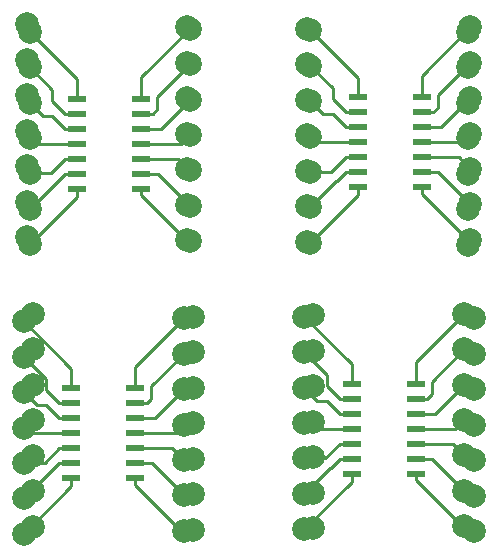
<source format=gbr>
G04 #@! TF.FileFunction,Copper,L2,Bot,Signal*
%FSLAX46Y46*%
G04 Gerber Fmt 4.6, Leading zero omitted, Abs format (unit mm)*
G04 Created by KiCad (PCBNEW 4.0.6-e0-6349~53~ubuntu16.04.1) date Wed Aug  9 14:44:26 2017*
%MOMM*%
%LPD*%
G01*
G04 APERTURE LIST*
%ADD10C,0.100000*%
%ADD11C,2.000000*%
%ADD12R,1.500000X0.600000*%
%ADD13C,0.250000*%
G04 APERTURE END LIST*
D10*
D11*
X127449600Y-90534200D03*
X127449600Y-96534200D03*
X127449600Y-93534200D03*
X113893600Y-93788200D03*
D12*
X117924600Y-104089200D03*
X117924600Y-102819200D03*
X117924600Y-101549200D03*
X117924600Y-100279200D03*
X117924600Y-99009200D03*
X117924600Y-97739200D03*
X117924600Y-96469200D03*
X123324600Y-96469200D03*
X123324600Y-97739200D03*
X123324600Y-99009200D03*
X123324600Y-100279200D03*
X123324600Y-101549200D03*
X123324600Y-102819200D03*
X123324600Y-104089200D03*
D11*
X113893600Y-90788200D03*
X151198600Y-90407200D03*
X137642600Y-96661200D03*
X137642600Y-93661200D03*
D12*
X141673600Y-103962200D03*
X141673600Y-102692200D03*
X141673600Y-101422200D03*
X141673600Y-100152200D03*
X141673600Y-98882200D03*
X141673600Y-97612200D03*
X141673600Y-96342200D03*
X147073600Y-96342200D03*
X147073600Y-97612200D03*
X147073600Y-98882200D03*
X147073600Y-100152200D03*
X147073600Y-101422200D03*
X147073600Y-102692200D03*
X147073600Y-103962200D03*
D11*
X151198600Y-93407200D03*
X137642600Y-90661200D03*
X113893600Y-108788200D03*
X113893600Y-102788200D03*
X113893600Y-105788200D03*
X113893600Y-96788200D03*
X113893600Y-99788200D03*
X151198600Y-108407200D03*
X151198600Y-105407200D03*
X151198600Y-102407200D03*
X151198600Y-96407200D03*
X151198600Y-99407200D03*
X137642600Y-105661200D03*
X127449600Y-102534200D03*
X127449600Y-108534200D03*
X137642600Y-108661200D03*
X137642600Y-99661200D03*
X127449600Y-105534200D03*
X137642600Y-102661200D03*
X127449600Y-99534200D03*
D12*
X141165600Y-128219200D03*
X141165600Y-126949200D03*
X141165600Y-125679200D03*
X141165600Y-124409200D03*
X141165600Y-123139200D03*
X141165600Y-121869200D03*
X141165600Y-120599200D03*
X146565600Y-120599200D03*
X146565600Y-121869200D03*
X146565600Y-123139200D03*
X146565600Y-124409200D03*
X146565600Y-125679200D03*
X146565600Y-126949200D03*
X146565600Y-128219200D03*
D11*
X137134600Y-126918200D03*
X137134600Y-117918200D03*
X137134600Y-114918200D03*
X137134600Y-120918200D03*
X137134600Y-123918200D03*
X137134600Y-129918200D03*
X137134600Y-132918200D03*
X126941600Y-118045200D03*
X126941600Y-121045200D03*
X126941600Y-124045200D03*
X126941600Y-130045200D03*
X126941600Y-115045200D03*
X126941600Y-133045200D03*
X126941600Y-127045200D03*
D12*
X117416600Y-128600200D03*
X117416600Y-127330200D03*
X117416600Y-126060200D03*
X117416600Y-124790200D03*
X117416600Y-123520200D03*
X117416600Y-122250200D03*
X117416600Y-120980200D03*
X122816600Y-120980200D03*
X122816600Y-122250200D03*
X122816600Y-123520200D03*
X122816600Y-124790200D03*
X122816600Y-126060200D03*
X122816600Y-127330200D03*
X122816600Y-128600200D03*
D11*
X113385600Y-130299200D03*
X113385600Y-124299200D03*
X113385600Y-121299200D03*
X113385600Y-115299200D03*
X113385600Y-133299200D03*
X113385600Y-118299200D03*
X113385600Y-127299200D03*
X150690600Y-129664200D03*
X150690600Y-120664200D03*
X150690600Y-114664200D03*
X150690600Y-123664200D03*
X150690600Y-132664200D03*
X150690600Y-117664200D03*
X150690600Y-126664200D03*
X127729000Y-129935000D03*
X127729000Y-126935000D03*
X127729000Y-120935000D03*
X127729000Y-132935000D03*
X114173000Y-132681000D03*
X127729000Y-123935000D03*
X114173000Y-126681000D03*
X114173000Y-129681000D03*
X114173000Y-123681000D03*
X114173000Y-120681000D03*
X114173000Y-114681000D03*
X114173000Y-117681000D03*
X127729000Y-117935000D03*
X127729000Y-114935000D03*
X151478000Y-130062000D03*
X151478000Y-127062000D03*
X151478000Y-121062000D03*
X151478000Y-133062000D03*
X137922000Y-132808000D03*
X151478000Y-124062000D03*
X137922000Y-126808000D03*
X137922000Y-129808000D03*
X137922000Y-123808000D03*
X137922000Y-120808000D03*
X137922000Y-114808000D03*
X137922000Y-117808000D03*
X151478000Y-118062000D03*
X151478000Y-115062000D03*
X150970000Y-105805000D03*
X150970000Y-102805000D03*
X150970000Y-96805000D03*
X150970000Y-108805000D03*
X137414000Y-108551000D03*
X150970000Y-99805000D03*
X137414000Y-102551000D03*
X137414000Y-105551000D03*
X137414000Y-99551000D03*
X137414000Y-96551000D03*
X137414000Y-90551000D03*
X137414000Y-93551000D03*
X150970000Y-93805000D03*
X150970000Y-90805000D03*
X127221000Y-108424000D03*
X113665000Y-108170000D03*
X127221000Y-105424000D03*
X113665000Y-105170000D03*
X127221000Y-102424000D03*
X113665000Y-102170000D03*
X127221000Y-99424000D03*
X113665000Y-99170000D03*
X127221000Y-96424000D03*
X113665000Y-96170000D03*
X127221000Y-93424000D03*
X113665000Y-93170000D03*
X127221000Y-90424000D03*
X113665000Y-90170000D03*
D13*
X124197600Y-120789200D02*
X126941600Y-118045200D01*
X124197600Y-121869200D02*
X124197600Y-120789200D01*
X122816600Y-119170200D02*
X126941600Y-115045200D01*
X122816600Y-120980200D02*
X122816600Y-119170200D01*
X123816600Y-122250200D02*
X124197600Y-121869200D01*
X117416600Y-119330200D02*
X113385600Y-115299200D01*
X114480600Y-122394200D02*
X113385600Y-121299200D01*
X115290600Y-121124200D02*
X115290600Y-120204200D01*
X117416600Y-120980200D02*
X117416600Y-119330200D01*
X117416600Y-122250200D02*
X116416600Y-122250200D01*
X116416600Y-122250200D02*
X115290600Y-121124200D01*
X115290600Y-120204200D02*
X113385600Y-118299200D01*
X116416600Y-127330200D02*
X115654600Y-128092200D01*
X117416600Y-126060200D02*
X116416600Y-126060200D01*
X116416600Y-126060200D02*
X115177600Y-127299200D01*
X115654600Y-128092200D02*
X115592600Y-128092200D01*
X117416600Y-127330200D02*
X116416600Y-127330200D01*
X117416600Y-129268200D02*
X113385600Y-133299200D01*
X115177600Y-127299200D02*
X113385600Y-127299200D01*
X115592600Y-128092200D02*
X113385600Y-130299200D01*
X117416600Y-128600200D02*
X117416600Y-129268200D01*
X124226600Y-127330200D02*
X126941600Y-130045200D01*
X122816600Y-127330200D02*
X124226600Y-127330200D01*
X122816600Y-126060200D02*
X125956600Y-126060200D01*
X122816600Y-129150200D02*
X126711600Y-133045200D01*
X126711600Y-133045200D02*
X126941600Y-133045200D01*
X125956600Y-126060200D02*
X126941600Y-127045200D01*
X122816600Y-128600200D02*
X122816600Y-129150200D01*
X122816600Y-122250200D02*
X123816600Y-122250200D01*
X126196600Y-124790200D02*
X126941600Y-124045200D01*
X122816600Y-124790200D02*
X126196600Y-124790200D01*
X124466600Y-123520200D02*
X126941600Y-121045200D01*
X122816600Y-123520200D02*
X124466600Y-123520200D01*
X116416600Y-123520200D02*
X115290600Y-122394200D01*
X115290600Y-122394200D02*
X114480600Y-122394200D01*
X117416600Y-124790200D02*
X113876600Y-124790200D01*
X113876600Y-124790200D02*
X113385600Y-124299200D01*
X117416600Y-123520200D02*
X116416600Y-123520200D01*
X141673600Y-104630200D02*
X137642600Y-108661200D01*
X139434600Y-102661200D02*
X137642600Y-102661200D01*
X139849600Y-103454200D02*
X137642600Y-105661200D01*
X141673600Y-103962200D02*
X141673600Y-104630200D01*
X147073600Y-94532200D02*
X151198600Y-90407200D01*
X147073600Y-96342200D02*
X147073600Y-94532200D01*
X148454600Y-96151200D02*
X151198600Y-93407200D01*
X148454600Y-97231200D02*
X148454600Y-96151200D01*
X148073600Y-97612200D02*
X148454600Y-97231200D01*
X138133600Y-100152200D02*
X137642600Y-99661200D01*
X139547600Y-97756200D02*
X138737600Y-97756200D01*
X140673600Y-98882200D02*
X139547600Y-97756200D01*
X141673600Y-98882200D02*
X140673600Y-98882200D01*
X141673600Y-100152200D02*
X138133600Y-100152200D01*
X147073600Y-98882200D02*
X148723600Y-98882200D01*
X147073600Y-100152200D02*
X150453600Y-100152200D01*
X150453600Y-100152200D02*
X151198600Y-99407200D01*
X148723600Y-98882200D02*
X151198600Y-96407200D01*
X147073600Y-97612200D02*
X148073600Y-97612200D01*
X147073600Y-101422200D02*
X150213600Y-101422200D01*
X147073600Y-103962200D02*
X147073600Y-104512200D01*
X150968600Y-108407200D02*
X151198600Y-108407200D01*
X147073600Y-102692200D02*
X148483600Y-102692200D01*
X150213600Y-101422200D02*
X151198600Y-102407200D01*
X147073600Y-104512200D02*
X150968600Y-108407200D01*
X148483600Y-102692200D02*
X151198600Y-105407200D01*
X141673600Y-97612200D02*
X140673600Y-97612200D01*
X141673600Y-94692200D02*
X137642600Y-90661200D01*
X138737600Y-97756200D02*
X137642600Y-96661200D01*
X140673600Y-97612200D02*
X139547600Y-96486200D01*
X139547600Y-96486200D02*
X139547600Y-95566200D01*
X141673600Y-96342200D02*
X141673600Y-94692200D01*
X139547600Y-95566200D02*
X137642600Y-93661200D01*
X140673600Y-102692200D02*
X139911600Y-103454200D01*
X141673600Y-102692200D02*
X140673600Y-102692200D01*
X141673600Y-101422200D02*
X140673600Y-101422200D01*
X139911600Y-103454200D02*
X139849600Y-103454200D01*
X140673600Y-101422200D02*
X139434600Y-102661200D01*
X147975600Y-126949200D02*
X150690600Y-129664200D01*
X146565600Y-128219200D02*
X146565600Y-128769200D01*
X150460600Y-132664200D02*
X150690600Y-132664200D01*
X146565600Y-128769200D02*
X150460600Y-132664200D01*
X141165600Y-125679200D02*
X140165600Y-125679200D01*
X140165600Y-123139200D02*
X139039600Y-122013200D01*
X138926600Y-126918200D02*
X137134600Y-126918200D01*
X141165600Y-124409200D02*
X137625600Y-124409200D01*
X140165600Y-125679200D02*
X138926600Y-126918200D01*
X137625600Y-124409200D02*
X137134600Y-123918200D01*
X141165600Y-123139200D02*
X140165600Y-123139200D01*
X141165600Y-128219200D02*
X141165600Y-128887200D01*
X140165600Y-126949200D02*
X139403600Y-127711200D01*
X139341600Y-127711200D02*
X137134600Y-129918200D01*
X141165600Y-128887200D02*
X137134600Y-132918200D01*
X141165600Y-126949200D02*
X140165600Y-126949200D01*
X139403600Y-127711200D02*
X139341600Y-127711200D01*
X147946600Y-121488200D02*
X147946600Y-120408200D01*
X146565600Y-123139200D02*
X148215600Y-123139200D01*
X147946600Y-120408200D02*
X150690600Y-117664200D01*
X146565600Y-120599200D02*
X146565600Y-118789200D01*
X146565600Y-118789200D02*
X150690600Y-114664200D01*
X148215600Y-123139200D02*
X150690600Y-120664200D01*
X147565600Y-121869200D02*
X147946600Y-121488200D01*
X146565600Y-121869200D02*
X147565600Y-121869200D01*
X141165600Y-118949200D02*
X137134600Y-114918200D01*
X140165600Y-121869200D02*
X139039600Y-120743200D01*
X139039600Y-120743200D02*
X139039600Y-119823200D01*
X139039600Y-122013200D02*
X138229600Y-122013200D01*
X139039600Y-119823200D02*
X137134600Y-117918200D01*
X141165600Y-120599200D02*
X141165600Y-118949200D01*
X138229600Y-122013200D02*
X137134600Y-120918200D01*
X141165600Y-121869200D02*
X140165600Y-121869200D01*
X146565600Y-125679200D02*
X149705600Y-125679200D01*
X146565600Y-124409200D02*
X149945600Y-124409200D01*
X149945600Y-124409200D02*
X150690600Y-123664200D01*
X146565600Y-126949200D02*
X147975600Y-126949200D01*
X149705600Y-125679200D02*
X150690600Y-126664200D01*
X123324600Y-94659200D02*
X127449600Y-90534200D01*
X124705600Y-97358200D02*
X124705600Y-96278200D01*
X123324600Y-96469200D02*
X123324600Y-94659200D01*
X124705600Y-96278200D02*
X127449600Y-93534200D01*
X123324600Y-102819200D02*
X124734600Y-102819200D01*
X123324600Y-104639200D02*
X127219600Y-108534200D01*
X123324600Y-101549200D02*
X126464600Y-101549200D01*
X124734600Y-102819200D02*
X127449600Y-105534200D01*
X117924600Y-104089200D02*
X117924600Y-104757200D01*
X123324600Y-104089200D02*
X123324600Y-104639200D01*
X127219600Y-108534200D02*
X127449600Y-108534200D01*
X126464600Y-101549200D02*
X127449600Y-102534200D01*
X116924600Y-97739200D02*
X115798600Y-96613200D01*
X117924600Y-97739200D02*
X116924600Y-97739200D01*
X114988600Y-97883200D02*
X113893600Y-96788200D01*
X115798600Y-95693200D02*
X113893600Y-93788200D01*
X115798600Y-97883200D02*
X114988600Y-97883200D01*
X117924600Y-96469200D02*
X117924600Y-94819200D01*
X117924600Y-94819200D02*
X113893600Y-90788200D01*
X115798600Y-96613200D02*
X115798600Y-95693200D01*
X117924600Y-100279200D02*
X114384600Y-100279200D01*
X117924600Y-99009200D02*
X116924600Y-99009200D01*
X114384600Y-100279200D02*
X113893600Y-99788200D01*
X117924600Y-101549200D02*
X116924600Y-101549200D01*
X116924600Y-101549200D02*
X115685600Y-102788200D01*
X115685600Y-102788200D02*
X113893600Y-102788200D01*
X116924600Y-99009200D02*
X115798600Y-97883200D01*
X123324600Y-100279200D02*
X126704600Y-100279200D01*
X126704600Y-100279200D02*
X127449600Y-99534200D01*
X123324600Y-99009200D02*
X124974600Y-99009200D01*
X124974600Y-99009200D02*
X127449600Y-96534200D01*
X124324600Y-97739200D02*
X124705600Y-97358200D01*
X123324600Y-97739200D02*
X124324600Y-97739200D01*
X116100600Y-103581200D02*
X113893600Y-105788200D01*
X116924600Y-102819200D02*
X116162600Y-103581200D01*
X116162600Y-103581200D02*
X116100600Y-103581200D01*
X117924600Y-102819200D02*
X116924600Y-102819200D01*
X117924600Y-104757200D02*
X113893600Y-108788200D01*
M02*

</source>
